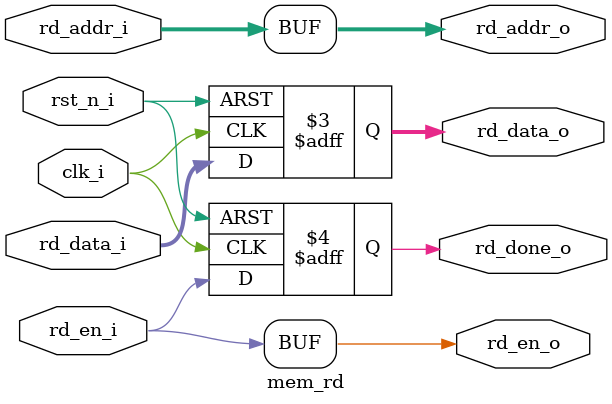
<source format=sv>
/*
 * mem_rd.sv
 *
 *  Created on: 2020-08-05 11:21
 *      Author: Jack Chen <redchenjs@live.com>
 */

module mem_rd #(
    parameter XLEN = 32
) (
    input logic clk_i,
    input logic rst_n_i,

    input logic            rd_en_i,
    input logic [XLEN-1:0] rd_addr_i,
    input logic [XLEN-1:0] rd_data_i,

    output logic            rd_en_o,
    output logic [XLEN-1:0] rd_addr_o,
    output logic [XLEN-1:0] rd_data_o,

    output logic rd_done_o
);

assign rd_en_o   = rd_en_i;
assign rd_addr_o = rd_addr_i;

always_ff @(posedge clk_i or negedge rst_n_i)
begin
    if (!rst_n_i) begin
        rd_data_o <= {XLEN{1'b0}};

        rd_done_o <= 1'b0;
    end else begin
        rd_data_o <= rd_data_i;

        rd_done_o <= rd_en_i;
    end
end

endmodule

</source>
